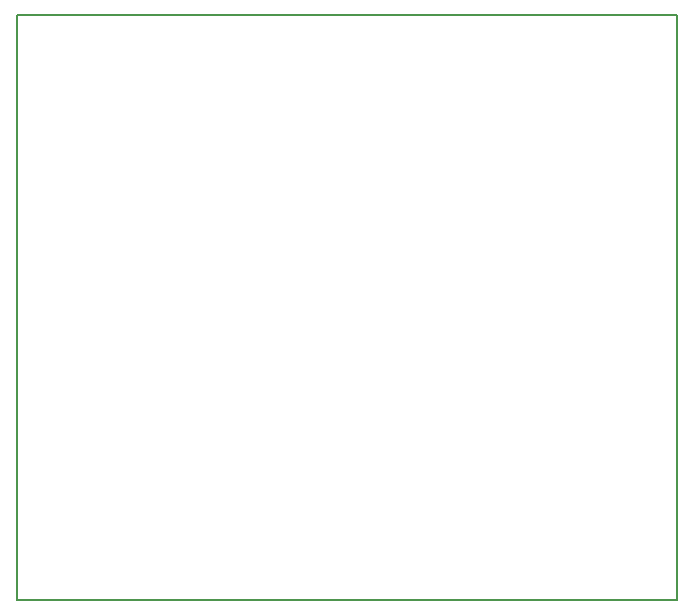
<source format=gbr>
%TF.GenerationSoftware,KiCad,Pcbnew,4.0.7*%
%TF.CreationDate,2018-03-28T14:10:15+02:00*%
%TF.ProjectId,esp8266-ws2811-pcb,657370383236362D7773323831312D70,rev?*%
%TF.FileFunction,Profile,NP*%
%FSLAX46Y46*%
G04 Gerber Fmt 4.6, Leading zero omitted, Abs format (unit mm)*
G04 Created by KiCad (PCBNEW 4.0.7) date Wed Mar 28 14:10:15 2018*
%MOMM*%
%LPD*%
G01*
G04 APERTURE LIST*
%ADD10C,0.100000*%
%ADD11C,0.150000*%
G04 APERTURE END LIST*
D10*
D11*
X138430000Y-123190000D02*
X138430000Y-73660000D01*
X194310000Y-123190000D02*
X138430000Y-123190000D01*
X194310000Y-73660000D02*
X194310000Y-123190000D01*
X138430000Y-73660000D02*
X194310000Y-73660000D01*
M02*

</source>
